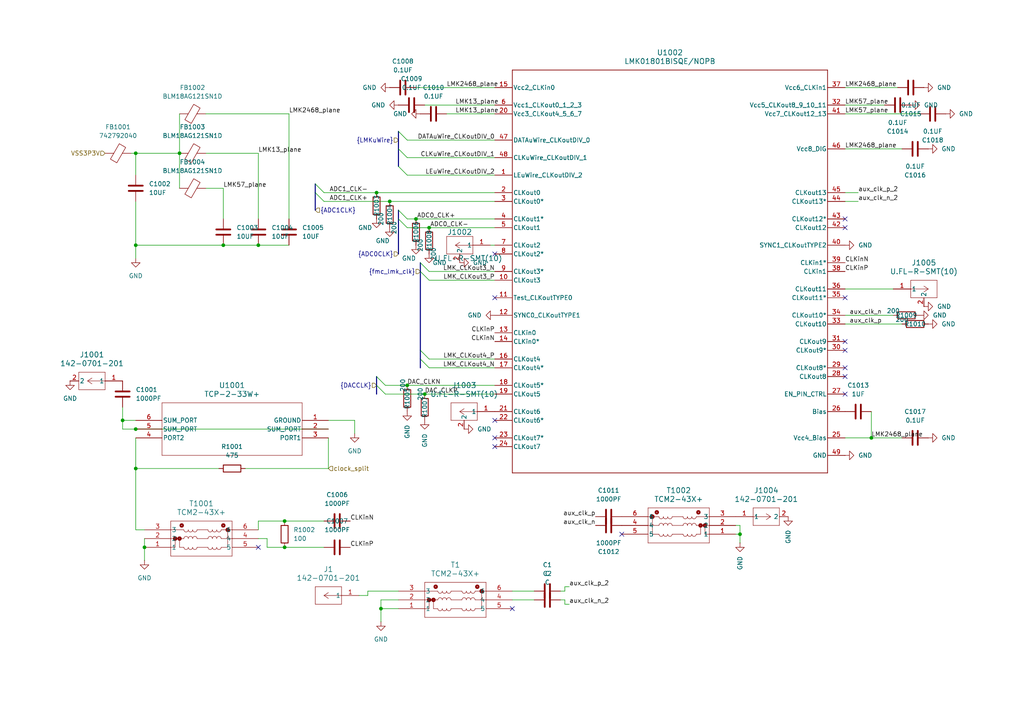
<source format=kicad_sch>
(kicad_sch (version 20231120) (generator "eeschema") (generator_version "8.0")
  (paper "A4")
  (lib_symbols
    (symbol "001_symbol:142-0701-201_GH" (pin_names (offset 0.254))
      (property "Reference" "J" (at 8.89 6.35 0))
      (property "Value" "142-0701-201" (at 0 0 0))
      (symbol "142-0701-201_GH_1_1"
        (polyline (pts (xy 5.08 -2.54) (xy 12.7 -2.54)) (stroke (width 0.127)))
        (polyline (pts (xy 5.08 2.54) (xy 5.08 -2.54)) (stroke (width 0.127)))
        (polyline (pts (xy 10.16 0) (xy 5.08 0)) (stroke (width 0.127)))
        (polyline (pts (xy 10.16 0) (xy 8.89 -0.8467)) (stroke (width 0.127)))
        (polyline (pts (xy 10.16 0) (xy 8.89 0.8467)) (stroke (width 0.127)))
        (polyline (pts (xy 12.7 -2.54) (xy 12.7 2.54)) (stroke (width 0.127)))
        (polyline (pts (xy 12.7 2.54) (xy 5.08 2.54)) (stroke (width 0.127)))
        (pin unspecified line (at 0 0 0) (length 5.08) (name "1") (number "1"))
        (pin input line (at 15.24 0 180) (length 2.54) (name "2") (number "2"))
        (pin input line (at 15.24 0 180) (length 2.54) hide (name "3") (number "3"))
        (pin input line (at 15.24 0 180) (length 2.54) hide (name "4") (number "4"))
        (pin input line (at 15.24 0 180) (length 2.54) hide (name "5") (number "5"))
      )
      (symbol "142-0701-201_GH_1_2"
        (polyline (pts (xy 5.08 -2.54) (xy 12.7 -2.54)) (stroke (width 0.127)))
        (polyline (pts (xy 5.08 2.54) (xy 5.08 -2.54)) (stroke (width 0.127)))
        (polyline (pts (xy 7.62 0) (xy 5.08 0)) (stroke (width 0.127)))
        (polyline (pts (xy 7.62 0) (xy 8.89 -0.8467)) (stroke (width 0.127)))
        (polyline (pts (xy 7.62 0) (xy 8.89 0.8467)) (stroke (width 0.127)))
        (polyline (pts (xy 12.7 -2.54) (xy 12.7 2.54)) (stroke (width 0.127)))
        (polyline (pts (xy 12.7 2.54) (xy 5.08 2.54)) (stroke (width 0.127)))
        (pin unspecified line (at 0 0 0) (length 5.08) (name "1") (number "1"))
      )
    )
    (symbol "001_symbol:LMK01801BISQE_NOPB" (pin_names (offset 0.254))
      (property "Reference" "U" (at 0 2.54 0))
      (property "Value" "LMK01801BISQE/NOPB" (at 0 0 0))
      (symbol "LMK01801BISQE_NOPB_0_1"
        (polyline (pts (xy -45.72 -58.42) (xy 45.72 -58.42)) (stroke (width 0.2032)))
        (polyline (pts (xy -45.72 58.42) (xy -45.72 -58.42)) (stroke (width 0.2032)))
        (polyline (pts (xy 45.72 -58.42) (xy 45.72 58.42)) (stroke (width 0.2032)))
        (polyline (pts (xy 45.72 58.42) (xy -45.72 58.42)) (stroke (width 0.2032)))
        (pin input line (at -50.8 27.94 0) (length 5.08) (name "LEuWire_CLKoutDIV_2") (number "1"))
        (pin output line (at -50.8 -2.54 0) (length 5.08) (name "CLKout3") (number "10"))
        (pin input line (at -50.8 -7.62 0) (length 5.08) (name "Test_CLKoutTYPE0") (number "11"))
        (pin input line (at -50.8 -12.7 0) (length 5.08) (name "SYNC0_CLKoutTYPE1") (number "12"))
        (pin input line (at -50.8 -17.78 0) (length 5.08) (name "CLKin0") (number "13"))
        (pin input line (at -50.8 -20.32 0) (length 5.08) (name "CLKin0*") (number "14"))
        (pin power_in line (at -50.8 53.34 0) (length 5.08) (name "Vcc2_CLKin0") (number "15"))
        (pin output line (at -50.8 -25.4 0) (length 5.08) (name "CLKout4") (number "16"))
        (pin output line (at -50.8 -27.94 0) (length 5.08) (name "CLKout4*") (number "17"))
        (pin output line (at -50.8 -33.02 0) (length 5.08) (name "CLKout5*") (number "18"))
        (pin output line (at -50.8 -35.56 0) (length 5.08) (name "CLKout5") (number "19"))
        (pin output line (at -50.8 22.86 0) (length 5.08) (name "CLKout0") (number "2"))
        (pin power_in line (at -50.8 45.72 0) (length 5.08) (name "Vcc3_CLKout4_5_6_7") (number "20"))
        (pin output line (at -50.8 -40.64 0) (length 5.08) (name "CLKout6") (number "21"))
        (pin output line (at -50.8 -43.18 0) (length 5.08) (name "CLKout6*") (number "22"))
        (pin output line (at -50.8 -48.26 0) (length 5.08) (name "CLKout7*") (number "23"))
        (pin output line (at -50.8 -50.8 0) (length 5.08) (name "CLKout7") (number "24"))
        (pin power_in line (at 50.8 -48.26 180) (length 5.08) (name "Vcc4_Bias") (number "25"))
        (pin unspecified line (at 50.8 -40.64 180) (length 5.08) (name "Bias") (number "26"))
        (pin input line (at 50.8 -35.56 180) (length 5.08) (name "EN_PIN_CTRL") (number "27"))
        (pin output line (at 50.8 -30.48 180) (length 5.08) (name "CLKout8") (number "28"))
        (pin output line (at 50.8 -27.94 180) (length 5.08) (name "CLKout8*") (number "29"))
        (pin output line (at -50.8 20.32 0) (length 5.08) (name "CLKout0*") (number "3"))
        (pin output line (at 50.8 -22.86 180) (length 5.08) (name "CLKout9*") (number "30"))
        (pin output line (at 50.8 -20.32 180) (length 5.08) (name "CLKout9") (number "31"))
        (pin power_in line (at 50.8 48.26 180) (length 5.08) (name "Vcc5_CLKout8_9_10_11") (number "32"))
        (pin output line (at 50.8 -15.24 180) (length 5.08) (name "CLKout10") (number "33"))
        (pin output line (at 50.8 -12.7 180) (length 5.08) (name "CLKout10*") (number "34"))
        (pin output line (at 50.8 -7.62 180) (length 5.08) (name "CLKout11*") (number "35"))
        (pin output line (at 50.8 -5.08 180) (length 5.08) (name "CLKout11") (number "36"))
        (pin power_in line (at 50.8 53.34 180) (length 5.08) (name "Vcc6_CLKin1") (number "37"))
        (pin input line (at 50.8 0 180) (length 5.08) (name "CLKin1") (number "38"))
        (pin input line (at 50.8 2.54 180) (length 5.08) (name "CLKin1*") (number "39"))
        (pin output line (at -50.8 15.24 0) (length 5.08) (name "CLKout1*") (number "4"))
        (pin input line (at 50.8 7.62 180) (length 5.08) (name "SYNC1_CLKoutTYPE2") (number "40"))
        (pin power_in line (at 50.8 45.72 180) (length 5.08) (name "Vcc7_CLKout12_13") (number "41"))
        (pin output line (at 50.8 12.7 180) (length 5.08) (name "CLKout12") (number "42"))
        (pin output line (at 50.8 15.24 180) (length 5.08) (name "CLKout12*") (number "43"))
        (pin output line (at 50.8 20.32 180) (length 5.08) (name "CLKout13*") (number "44"))
        (pin output line (at 50.8 22.86 180) (length 5.08) (name "CLKout13") (number "45"))
        (pin power_in line (at 50.8 35.56 180) (length 5.08) (name "Vcc8_DIG") (number "46"))
        (pin input line (at -50.8 38.1 0) (length 5.08) (name "DATAuWire_CLKoutDIV_0") (number "47"))
        (pin input line (at -50.8 33.02 0) (length 5.08) (name "CLKuWire_CLKoutDIV_1") (number "48"))
        (pin power_in line (at 50.8 -53.34 180) (length 5.08) (name "GND") (number "49"))
        (pin output line (at -50.8 12.7 0) (length 5.08) (name "CLKout1") (number "5"))
        (pin power_in line (at -50.8 48.26 0) (length 5.08) (name "Vcc1_CLKout0_1_2_3") (number "6"))
        (pin output line (at -50.8 7.62 0) (length 5.08) (name "CLKout2") (number "7"))
        (pin output line (at -50.8 5.08 0) (length 5.08) (name "CLKout2*") (number "8"))
        (pin output line (at -50.8 0 0) (length 5.08) (name "CLKout3*") (number "9"))
      )
    )
    (symbol "001_symbol:TCM2-43X+" (pin_names (offset 0.254))
      (property "Reference" "T" (at 16.51 7.62 0))
      (property "Value" "TCM2-43X+" (at 20.32 5.08 0))
      (symbol "TCM2-43X+_0_1"
        (polyline (pts (xy 7.62 -7.62) (xy 25.4 -7.62)) (stroke (width 0.127)))
        (polyline (pts (xy 7.62 -5.08) (xy 8.89 -5.08)) (stroke (width 0.127)))
        (polyline (pts (xy 7.62 -2.54) (xy 11.43 -2.54)) (stroke (width 0.127)))
        (polyline (pts (xy 7.62 0) (xy 11.43 0)) (stroke (width 0.127)))
        (polyline (pts (xy 7.62 2.54) (xy 7.62 -7.62)) (stroke (width 0.127)))
        (polyline (pts (xy 8.89 -2.54) (xy 8.89 -5.08)) (stroke (width 0.127)))
        (polyline (pts (xy 10.16 -5.08) (xy 11.43 -5.08)) (stroke (width 0.127)))
        (polyline (pts (xy 10.16 -2.54) (xy 10.16 -5.08)) (stroke (width 0.127)))
        (polyline (pts (xy 15.24 -5.08) (xy 18.415 -5.08)) (stroke (width 0.127)))
        (polyline (pts (xy 15.24 -2.54) (xy 18.415 -2.54)) (stroke (width 0.127)))
        (polyline (pts (xy 15.24 0) (xy 18.415 0)) (stroke (width 0.127)))
        (polyline (pts (xy 22.225 -5.08) (xy 24.13 -5.08)) (stroke (width 0.127)))
        (polyline (pts (xy 22.225 -2.54) (xy 23.8252 -2.54)) (stroke (width 0.127)))
        (polyline (pts (xy 22.225 0) (xy 25.4 0)) (stroke (width 0.127)))
        (polyline (pts (xy 24.13 -5.08) (xy 24.13 0)) (stroke (width 0.127)))
        (polyline (pts (xy 24.4348 -2.54) (xy 25.4 -2.54)) (stroke (width 0.127)))
        (polyline (pts (xy 25.4 -7.62) (xy 25.4 2.54)) (stroke (width 0.127)))
        (polyline (pts (xy 25.4 2.54) (xy 7.62 2.54)) (stroke (width 0.127)))
        (circle (center 8.89 -2.54) (radius 0.127) (stroke (width 0.508)))
        (circle (center 10.16 -2.54) (radius 0.127) (stroke (width 0.508)))
        (circle (center 10.795 1.27) (radius 0.127) (stroke (width 0.508)))
        (arc (start 11.43 -5.08) (mid 12.065 -5.7122) (end 12.7 -5.08) (stroke (width 0.127)))
        (arc (start 11.43 0) (mid 12.065 -0.6323) (end 12.7 0) (stroke (width 0.127)))
        (arc (start 12.7 -5.08) (mid 13.335 -5.7122) (end 13.97 -5.08) (stroke (width 0.127)))
        (arc (start 12.7 -2.54) (mid 12.065 -1.9077) (end 11.43 -2.54) (stroke (width 0.127)))
        (arc (start 12.7 0) (mid 13.335 -0.6323) (end 13.97 0) (stroke (width 0.127)))
        (arc (start 13.97 -5.08) (mid 14.605 -5.7122) (end 15.24 -5.08) (stroke (width 0.127)))
        (arc (start 13.97 -2.54) (mid 13.335 -1.9077) (end 12.7 -2.54) (stroke (width 0.127)))
        (arc (start 13.97 0) (mid 14.605 -0.6323) (end 15.24 0) (stroke (width 0.127)))
        (arc (start 15.24 -2.54) (mid 14.605 -1.9077) (end 13.97 -2.54) (stroke (width 0.127)))
        (arc (start 18.415 -5.08) (mid 19.05 -5.7122) (end 19.685 -5.08) (stroke (width 0.127)))
        (arc (start 18.415 0) (mid 19.05 -0.6323) (end 19.685 0) (stroke (width 0.127)))
        (arc (start 19.685 -5.08) (mid 20.32 -5.7122) (end 20.955 -5.08) (stroke (width 0.127)))
        (arc (start 19.685 -2.54) (mid 19.05 -1.9077) (end 18.415 -2.54) (stroke (width 0.127)))
        (arc (start 19.685 0) (mid 20.32 -0.6323) (end 20.955 0) (stroke (width 0.127)))
        (arc (start 20.955 -5.08) (mid 21.59 -5.7122) (end 22.225 -5.08) (stroke (width 0.127)))
        (arc (start 20.955 -2.54) (mid 20.32 -1.9077) (end 19.685 -2.54) (stroke (width 0.127)))
        (arc (start 20.955 0) (mid 21.59 -0.6323) (end 22.225 0) (stroke (width 0.127)))
        (arc (start 22.225 -2.54) (mid 21.59 -1.9077) (end 20.955 -2.54) (stroke (width 0.127)))
        (circle (center 22.86 1.27) (radius 0.127) (stroke (width 0.508)))
        (circle (center 24.13 0) (radius 0.127) (stroke (width 0.508)))
        (arc (start 24.4348 -2.54) (mid 24.13 -2.2365) (end 23.8252 -2.54) (stroke (width 0.127)))
        (pin unspecified line (at 0 -5.08 0) (length 7.62) (name "1") (number "1"))
        (pin unspecified line (at 0 -2.54 0) (length 7.62) (name "2") (number "2"))
        (pin unspecified line (at 0 0 0) (length 7.62) (name "3") (number "3"))
        (pin unspecified line (at 33.02 -2.54 180) (length 7.62) (name "4") (number "4"))
        (pin unspecified line (at 33.02 -5.08 180) (length 7.62) (name "5") (number "5"))
        (pin unspecified line (at 33.02 0 180) (length 7.62) (name "6") (number "6"))
      )
    )
    (symbol "001_symbol:TCP-2-33W+" (pin_names (offset 0.254))
      (property "Reference" "U" (at 27.94 10.16 0))
      (property "Value" "TCP-2-33W+" (at 27.94 7.62 0))
      (symbol "TCP-2-33W+_0_1"
        (polyline (pts (xy 7.62 -10.16) (xy 48.26 -10.16)) (stroke (width 0.127)))
        (polyline (pts (xy 7.62 5.08) (xy 7.62 -10.16)) (stroke (width 0.127)))
        (polyline (pts (xy 48.26 -10.16) (xy 48.26 5.08)) (stroke (width 0.127)))
        (polyline (pts (xy 48.26 5.08) (xy 7.62 5.08)) (stroke (width 0.127)))
        (pin power_out line (at 0 0 0) (length 7.62) (name "GROUND") (number "1"))
        (pin unspecified line (at 0 -2.54 0) (length 7.62) (name "SUM_PORT") (number "2"))
        (pin bidirectional line (at 0 -5.08 0) (length 7.62) (name "PORT1") (number "3"))
        (pin bidirectional line (at 55.88 -5.08 180) (length 7.62) (name "PORT2") (number "4"))
        (pin unspecified line (at 55.88 -2.54 180) (length 7.62) (name "SUM_PORT") (number "5"))
        (pin unspecified line (at 55.88 0 180) (length 7.62) (name "SUM_PORT") (number "6"))
      )
    )
    (symbol "001_symbol:U.FL-R-SMT10_1" (pin_names (offset 0.254))
      (property "Reference" "J906" (at 13.97 1.2701 0))
      (property "Value" "U.FL-R-SMT10" (at 13.97 -1.2699 0))
      (symbol "U.FL-R-SMT10_1_1_1"
        (polyline (pts (xy 5.08 -2.54) (xy 12.7 -2.54)) (stroke (width 0.127)))
        (polyline (pts (xy 5.08 2.54) (xy 5.08 -2.54)) (stroke (width 0.127)))
        (polyline (pts (xy 10.16 0) (xy 5.08 0)) (stroke (width 0.127)))
        (polyline (pts (xy 10.16 0) (xy 8.89 -0.8467)) (stroke (width 0.127)))
        (polyline (pts (xy 10.16 0) (xy 8.89 0.8467)) (stroke (width 0.127)))
        (polyline (pts (xy 12.7 -2.54) (xy 12.7 2.54)) (stroke (width 0.127)))
        (polyline (pts (xy 12.7 2.54) (xy 5.08 2.54)) (stroke (width 0.127)))
        (pin unspecified line (at 0 0 0) (length 5.08) (name "1") (number "1"))
        (pin input line (at 8.89 -5.08 90) (length 2.54) (name "2") (number "2"))
        (pin input line (at 8.89 -5.08 90) (length 2.54) hide (name "3") (number "3"))
      )
      (symbol "U.FL-R-SMT10_1_1_2"
        (polyline (pts (xy 5.08 -2.54) (xy 12.7 -2.54)) (stroke (width 0.127)))
        (polyline (pts (xy 5.08 2.54) (xy 5.08 -2.54)) (stroke (width 0.127)))
        (polyline (pts (xy 7.62 0) (xy 5.08 0)) (stroke (width 0.127)))
        (polyline (pts (xy 7.62 0) (xy 8.89 -0.8467)) (stroke (width 0.127)))
        (polyline (pts (xy 7.62 0) (xy 8.89 0.8467)) (stroke (width 0.127)))
        (polyline (pts (xy 12.7 -2.54) (xy 12.7 2.54)) (stroke (width 0.127)))
        (polyline (pts (xy 12.7 2.54) (xy 5.08 2.54)) (stroke (width 0.127)))
        (pin unspecified line (at 0 0 0) (length 5.08) (name "1") (number "1"))
      )
    )
    (symbol "142_0701_201:142-0701-201" (pin_names (offset 0.254))
      (property "Reference" "J" (at 8.89 6.35 0))
      (property "Value" "142-0701-201" (at 0 0 0))
      (symbol "142-0701-201_1_1"
        (polyline (pts (xy 5.08 -2.54) (xy 12.7 -2.54)) (stroke (width 0.127)))
        (polyline (pts (xy 5.08 2.54) (xy 5.08 -2.54)) (stroke (width 0.127)))
        (polyline (pts (xy 10.16 0) (xy 5.08 0)) (stroke (width 0.127)))
        (polyline (pts (xy 10.16 0) (xy 8.89 -0.8467)) (stroke (width 0.127)))
        (polyline (pts (xy 10.16 0) (xy 8.89 0.8467)) (stroke (width 0.127)))
        (polyline (pts (xy 12.7 -2.54) (xy 12.7 2.54)) (stroke (width 0.127)))
        (polyline (pts (xy 12.7 2.54) (xy 5.08 2.54)) (stroke (width 0.127)))
        (pin unspecified line (at 0 0 0) (length 5.08) (name "1") (number "1"))
      )
      (symbol "142-0701-201_1_2"
        (polyline (pts (xy 5.08 -2.54) (xy 12.7 -2.54)) (stroke (width 0.127)))
        (polyline (pts (xy 5.08 2.54) (xy 5.08 -2.54)) (stroke (width 0.127)))
        (polyline (pts (xy 7.62 0) (xy 5.08 0)) (stroke (width 0.127)))
        (polyline (pts (xy 7.62 0) (xy 8.89 -0.8467)) (stroke (width 0.127)))
        (polyline (pts (xy 7.62 0) (xy 8.89 0.8467)) (stroke (width 0.127)))
        (polyline (pts (xy 12.7 -2.54) (xy 12.7 2.54)) (stroke (width 0.127)))
        (polyline (pts (xy 12.7 2.54) (xy 5.08 2.54)) (stroke (width 0.127)))
        (pin unspecified line (at 0 0 0) (length 5.08) (name "1") (number "1"))
      )
    )
    (symbol "Device:C" (pin_numbers hide) (pin_names (offset 0.254))
      (property "Reference" "C" (at 0.635 2.54 0))
      (property "Value" "C" (at 0.635 -2.54 0))
      (symbol "C_0_1"
        (polyline (pts (xy -2.032 -0.762) (xy 2.032 -0.762)) (stroke (width 0.508)))
        (polyline (pts (xy -2.032 0.762) (xy 2.032 0.762)) (stroke (width 0.508)))
      )
      (symbol "C_1_1"
        (pin passive line (at 0 3.81 270) (length 2.794) (name "~") (number "1"))
        (pin passive line (at 0 -3.81 90) (length 2.794) (name "~") (number "2"))
      )
    )
    (symbol "Device:FerriteBead" (pin_numbers hide) (pin_names (offset 0))
      (property "Reference" "FB" (at -3.81 0.635 90))
      (property "Value" "FerriteBead" (at 3.81 0 90))
      (symbol "FerriteBead_0_1"
        (polyline (pts (xy 0 -1.27) (xy 0 -1.2192)))
        (polyline (pts (xy 0 1.27) (xy 0 1.2954)))
        (polyline (pts (xy -2.7686 0.4064) (xy -1.7018 2.2606) (xy 2.7686 -0.3048) (xy 1.6764 -2.159) (xy -2.7686 0.4064)))
      )
      (symbol "FerriteBead_1_1"
        (pin passive line (at 0 3.81 270) (length 2.54) (name "~") (number "1"))
        (pin passive line (at 0 -3.81 90) (length 2.54) (name "~") (number "2"))
      )
    )
    (symbol "Device:R" (pin_numbers hide) (pin_names (offset 0))
      (property "Reference" "R" (at 2.032 0 90))
      (property "Value" "R" (at 0 0 90))
      (symbol "R_0_1"
        (rectangle (start -1.016 -2.54) (end 1.016 2.54) (stroke (width 0.254)))
      )
      (symbol "R_1_1"
        (pin passive line (at 0 3.81 270) (length 1.27) (name "~") (number "1"))
        (pin passive line (at 0 -3.81 90) (length 1.27) (name "~") (number "2"))
      )
    )
    (symbol "TCM2-43X+_digikey:TCM2-43X+" (pin_names (offset 0.254))
      (property "Reference" "T" (at 16.51 7.62 0))
      (property "Value" "TCM2-43X+" (at 20.32 5.08 0))
      (symbol "TCM2-43X+_0_1"
        (polyline (pts (xy 7.62 -7.62) (xy 25.4 -7.62)) (stroke (width 0.127)))
        (polyline (pts (xy 7.62 -5.08) (xy 8.89 -5.08)) (stroke (width 0.127)))
        (polyline (pts (xy 7.62 -2.54) (xy 11.43 -2.54)) (stroke (width 0.127)))
        (polyline (pts (xy 7.62 0) (xy 11.43 0)) (stroke (width 0.127)))
        (polyline (pts (xy 7.62 2.54) (xy 7.62 -7.62)) (stroke (width 0.127)))
        (polyline (pts (xy 8.89 -2.54) (xy 8.89 -5.08)) (stroke (width 0.127)))
        (polyline (pts (xy 10.16 -5.08) (xy 11.43 -5.08)) (stroke (width 0.127)))
        (polyline (pts (xy 10.16 -2.54) (xy 10.16 -5.08)) (stroke (width 0.127)))
        (polyline (pts (xy 15.24 -5.08) (xy 18.415 -5.08)) (stroke (width 0.127)))
        (polyline (pts (xy 15.24 -2.54) (xy 18.415 -2.54)) (stroke (width 0.127)))
        (polyline (pts (xy 15.24 0) (xy 18.415 0)) (stroke (width 0.127)))
        (polyline (pts (xy 22.225 -5.08) (xy 24.13 -5.08)) (stroke (width 0.127)))
        (polyline (pts (xy 22.225 -2.54) (xy 23.8252 -2.54)) (stroke (width 0.127)))
        (polyline (pts (xy 22.225 0) (xy 25.4 0)) (stroke (width 0.127)))
        (polyline (pts (xy 24.13 -5.08) (xy 24.13 0)) (stroke (width 0.127)))
        (polyline (pts (xy 24.4348 -2.54) (xy 25.4 -2.54)) (stroke (width 0.127)))
        (polyline (pts (xy 25.4 -7.62) (xy 25.4 2.54)) (stroke (width 0.127)))
        (polyline (pts (xy 25.4 2.54) (xy 7.62 2.54)) (stroke (width 0.127)))
        (circle (center 8.89 -2.54) (radius 0.127) (stroke (width 0.508)))
        (circle (center 10.16 -2.54) (radius 0.127) (stroke (width 0.508)))
        (circle (center 10.795 1.27) (radius 0.127) (stroke (width 0.508)))
        (arc (start 11.43 -5.08) (mid 12.065 -5.7122) (end 12.7 -5.08) (stroke (width 0.127)))
        (arc (start 11.43 0) (mid 12.065 -0.6323) (end 12.7 0) (stroke (width 0.127)))
        (arc (start 12.7 -5.08) (mid 13.335 -5.7122) (end 13.97 -5.08) (stroke (width 0.127)))
        (arc (start 12.7 -2.54) (mid 12.065 -1.9077) (end 11.43 -2.54) (stroke (width 0.127)))
        (arc (start 12.7 0) (mid 13.335 -0.6323) (end 13.97 0) (stroke (width 0.127)))
        (arc (start 13.97 -5.08) (mid 14.605 -5.7122) (end 15.24 -5.08) (stroke (width 0.127)))
        (arc (start 13.97 -2.54) (mid 13.335 -1.9077) (end 12.7 -2.54) (stroke (width 0.127)))
        (arc (start 13.97 0) (mid 14.605 -0.6323) (end 15.24 0) (stroke (width 0.127)))
        (arc (start 15.24 -2.54) (mid 14.605 -1.9077) (end 13.97 -2.54) (stroke (width 0.127)))
        (arc (start 18.415 -5.08) (mid 19.05 -5.7122) (end 19.685 -5.08) (stroke (width 0.127)))
        (arc (start 18.415 0) (mid 19.05 -0.6323) (end 19.685 0) (stroke (width 0.127)))
        (arc (start 19.685 -5.08) (mid 20.32 -5.7122) (end 20.955 -5.08) (stroke (width 0.127)))
        (arc (start 19.685 -2.54) (mid 19.05 -1.9077) (end 18.415 -2.54) (stroke (width 0.127)))
        (arc (start 19.685 0) (mid 20.32 -0.6323) (end 20.955 0) (stroke (width 0.127)))
        (arc (start 20.955 -5.08) (mid 21.59 -5.7122) (end 22.225 -5.08) (stroke (width 0.127)))
        (arc (start 20.955 -2.54) (mid 20.32 -1.9077) (end 19.685 -2.54) (stroke (width 0.127)))
        (arc (start 20.955 0) (mid 21.59 -0.6323) (end 22.225 0) (stroke (width 0.127)))
        (arc (start 22.225 -2.54) (mid 21.59 -1.9077) (end 20.955 -2.54) (stroke (width 0.127)))
        (circle (center 22.86 1.27) (radius 0.127) (stroke (width 0.508)))
        (circle (center 24.13 0) (radius 0.127) (stroke (width 0.508)))
        (arc (start 24.4348 -2.54) (mid 24.13 -2.2365) (end 23.8252 -2.54) (stroke (width 0.127)))
        (pin unspecified line (at 0 -5.08 0) (length 7.62) (name "1") (number "1"))
        (pin unspecified line (at 0 -2.54 0) (length 7.62) (name "2") (number "2"))
        (pin unspecified line (at 0 0 0) (length 7.62) (name "3") (number "3"))
        (pin unspecified line (at 33.02 -2.54 180) (length 7.62) (name "4") (number "4"))
        (pin unspecified line (at 33.02 -5.08 180) (length 7.62) (name "5") (number "5"))
        (pin unspecified line (at 33.02 0 180) (length 7.62) (name "6") (number "6"))
      )
    )
    (symbol "power:GND" (power) (pin_numbers hide) (pin_names (offset 0) hide)
      (property "Value" "GND" (at 0 -3.81 0))
      (symbol "GND_0_1"
        (polyline (pts (xy 0 0) (xy 0 -1.27) (xy 1.27 -1.27) (xy 0 -2.54) (xy -1.27 -1.27) (xy 0 -1.27)))
      )
      (symbol "GND_1_1"
        (pin power_in line (at 0 0 270) (length 0) (name "~") (number "1"))
      )
    )
  )
  (bus_alias "LMKuWire" (members "DATAuWire_CLKoutDIV_0" "CLKuWire_CLKoutDIV_1" "LEuWire_CLKoutDIV_2"))
  (junction (at 35.56 121.92))
  (junction (at 123.19 114.3))
  (junction (at 82.55 158.75))
  (junction (at 120.65 63.5))
  (junction (at 39.37 71.12))
  (junction (at 124.46 66.04))
  (junction (at 39.37 135.89))
  (junction (at 113.03 58.42))
  (junction (at 110.49 176.53))
  (junction (at 74.93 71.12))
  (junction (at 64.77 71.12))
  (junction (at 41.91 158.75))
  (junction (at 52.07 44.45))
  (junction (at 82.55 151.13))
  (junction (at 109.22 55.88))
  (junction (at 39.37 124.46))
  (junction (at 252.73 127))
  (junction (at 118.11 111.76))
  (junction (at 214.63 154.94))
  (junction (at 39.37 44.45))
  (no_connect (at 245.11 106.68))
  (no_connect (at 180.34 154.94))
  (no_connect (at 148.59 176.53))
  (no_connect (at 245.11 99.06))
  (no_connect (at 245.11 63.5))
  (no_connect (at 143.51 73.66))
  (no_connect (at 74.93 158.75))
  (no_connect (at 245.11 114.3))
  (no_connect (at 143.51 121.92))
  (no_connect (at 143.51 86.36))
  (no_connect (at 245.11 101.6))
  (no_connect (at 143.51 129.54))
  (no_connect (at 143.51 127))
  (no_connect (at 245.11 109.22))
  (no_connect (at 245.11 86.36))
  (no_connect (at 245.11 66.04))
  (bus_entry (at 109.22 109.22) (size 2.54 2.54))
  (bus_entry (at 109.22 111.76) (size 2.54 2.54))
  (bus_entry (at 121.92 101.6) (size 2.54 2.54))
  (bus_entry (at 121.92 104.14) (size 2.54 2.54))
  (bus_entry (at 121.92 78.74) (size 2.54 2.54))
  (bus_entry (at 91.44 53.34) (size 2.54 2.54))
  (bus_entry (at 115.57 43.18) (size 2.54 2.54))
  (bus_entry (at 115.57 60.96) (size 2.54 2.54))
  (bus_entry (at 115.57 63.5) (size 2.54 2.54))
  (bus_entry (at 115.57 38.1) (size 2.54 2.54))
  (bus_entry (at 91.44 55.88) (size 2.54 2.54))
  (bus_entry (at 121.92 76.2) (size 2.54 2.54))
  (bus_entry (at 115.57 48.26) (size 2.54 2.54))
  (wire (pts (xy 95.25 127) (xy 95.25 135.89)))
  (wire (pts (xy 35.56 121.92) (xy 35.56 124.46)))
  (wire (pts (xy 154.94 173.99) (xy 148.59 173.99)))
  (wire (pts (xy 39.37 58.42) (xy 39.37 71.12)))
  (wire (pts (xy 64.77 71.12) (xy 74.93 71.12)))
  (wire (pts (xy 77.47 156.21) (xy 77.47 158.75)))
  (wire (pts (xy 41.91 158.75) (xy 41.91 162.56)))
  (wire (pts (xy 245.11 58.42) (xy 248.92 58.42)))
  (wire (pts (xy 109.22 55.88) (xy 143.51 55.88)))
  (wire (pts (xy 252.73 127) (xy 245.11 127)))
  (wire (pts (xy 110.49 176.53) (xy 110.49 180.34)))
  (wire (pts (xy 124.46 66.04) (xy 143.51 66.04)))
  (wire (pts (xy 115.57 173.99) (xy 110.49 173.99)))
  (bus (pts (xy 115.57 63.5) (xy 115.57 73.66)))
  (wire (pts (xy 102.87 121.92) (xy 102.87 125.73)))
  (wire (pts (xy 52.07 44.45) (xy 52.07 54.61)))
  (wire (pts (xy 35.56 121.92) (xy 39.37 121.92)))
  (wire (pts (xy 118.11 66.04) (xy 124.46 66.04)))
  (wire (pts (xy 213.36 154.94) (xy 214.63 154.94)))
  (wire (pts (xy 245.11 43.18) (xy 261.62 43.18)))
  (wire (pts (xy 163.83 170.18) (xy 165.1 170.18)))
  (wire (pts (xy 110.49 173.99) (xy 110.49 176.53)))
  (bus (pts (xy 121.92 76.2) (xy 121.92 78.74)))
  (wire (pts (xy 35.56 118.11) (xy 35.56 121.92)))
  (wire (pts (xy 118.11 50.8) (xy 143.51 50.8)))
  (wire (pts (xy 245.11 55.88) (xy 248.92 55.88)))
  (wire (pts (xy 39.37 124.46) (xy 95.25 124.46)))
  (wire (pts (xy 124.46 104.14) (xy 143.51 104.14)))
  (wire (pts (xy 35.56 124.46) (xy 39.37 124.46)))
  (wire (pts (xy 213.36 152.4) (xy 214.63 152.4)))
  (wire (pts (xy 129.54 33.02) (xy 143.51 33.02)))
  (wire (pts (xy 118.11 40.64) (xy 143.51 40.64)))
  (wire (pts (xy 59.69 33.02) (xy 83.82 33.02)))
  (wire (pts (xy 261.62 127) (xy 252.73 127)))
  (wire (pts (xy 39.37 127) (xy 39.37 135.89)))
  (wire (pts (xy 118.11 63.5) (xy 120.65 63.5)))
  (bus (pts (xy 91.44 55.88) (xy 91.44 60.96)))
  (wire (pts (xy 39.37 44.45) (xy 52.07 44.45)))
  (bus (pts (xy 115.57 60.96) (xy 115.57 63.5)))
  (wire (pts (xy 115.57 171.45) (xy 106.68 171.45)))
  (bus (pts (xy 91.44 53.34) (xy 91.44 55.88)))
  (wire (pts (xy 74.93 151.13) (xy 82.55 151.13)))
  (wire (pts (xy 245.11 83.82) (xy 259.08 83.82)))
  (wire (pts (xy 74.93 153.67) (xy 74.93 151.13)))
  (wire (pts (xy 111.76 114.3) (xy 123.19 114.3)))
  (wire (pts (xy 245.11 25.4) (xy 260.35 25.4)))
  (bus (pts (xy 115.57 38.1) (xy 115.57 43.18)))
  (wire (pts (xy 124.46 78.74) (xy 143.51 78.74)))
  (wire (pts (xy 124.46 106.68) (xy 143.51 106.68)))
  (wire (pts (xy 118.11 45.72) (xy 143.51 45.72)))
  (wire (pts (xy 245.11 93.98) (xy 261.62 93.98)))
  (wire (pts (xy 163.83 171.45) (xy 162.56 171.45)))
  (wire (pts (xy 95.25 121.92) (xy 102.87 121.92)))
  (wire (pts (xy 59.69 44.45) (xy 74.93 44.45)))
  (wire (pts (xy 118.11 111.76) (xy 143.51 111.76)))
  (wire (pts (xy 59.69 54.61) (xy 64.77 54.61)))
  (bus (pts (xy 109.22 111.76) (xy 109.22 114.3)))
  (wire (pts (xy 163.83 173.99) (xy 162.56 173.99)))
  (wire (pts (xy 82.55 151.13) (xy 93.98 151.13)))
  (wire (pts (xy 142.24 71.12) (xy 143.51 71.12)))
  (bus (pts (xy 109.22 109.22) (xy 109.22 111.76)))
  (wire (pts (xy 106.68 172.72) (xy 104.14 172.72)))
  (wire (pts (xy 252.73 119.38) (xy 252.73 127)))
  (wire (pts (xy 39.37 50.8) (xy 39.37 44.45)))
  (wire (pts (xy 106.68 171.45) (xy 106.68 172.72)))
  (wire (pts (xy 95.25 135.89) (xy 71.12 135.89)))
  (bus (pts (xy 121.92 101.6) (xy 121.92 104.14)))
  (wire (pts (xy 93.98 55.88) (xy 109.22 55.88)))
  (bus (pts (xy 121.92 104.14) (xy 121.92 106.68)))
  (wire (pts (xy 214.63 154.94) (xy 214.63 157.48)))
  (wire (pts (xy 111.76 111.76) (xy 118.11 111.76)))
  (wire (pts (xy 123.19 114.3) (xy 143.51 114.3)))
  (wire (pts (xy 77.47 158.75) (xy 82.55 158.75)))
  (wire (pts (xy 163.83 175.26) (xy 163.83 173.99)))
  (wire (pts (xy 154.94 171.45) (xy 148.59 171.45)))
  (wire (pts (xy 163.83 175.26) (xy 165.1 175.26)))
  (bus (pts (xy 115.57 43.18) (xy 115.57 48.26)))
  (wire (pts (xy 41.91 156.21) (xy 41.91 158.75)))
  (wire (pts (xy 120.65 25.4) (xy 143.51 25.4)))
  (wire (pts (xy 110.49 176.53) (xy 115.57 176.53)))
  (wire (pts (xy 245.11 33.02) (xy 266.7 33.02)))
  (wire (pts (xy 64.77 54.61) (xy 64.77 63.5)))
  (wire (pts (xy 74.93 44.45) (xy 74.93 63.5)))
  (bus (pts (xy 121.92 78.74) (xy 121.92 101.6)))
  (wire (pts (xy 74.93 71.12) (xy 83.82 71.12)))
  (wire (pts (xy 39.37 153.67) (xy 39.37 135.89)))
  (wire (pts (xy 214.63 152.4) (xy 214.63 154.94)))
  (wire (pts (xy 39.37 71.12) (xy 64.77 71.12)))
  (wire (pts (xy 124.46 81.28) (xy 143.51 81.28)))
  (wire (pts (xy 82.55 158.75) (xy 93.98 158.75)))
  (wire (pts (xy 39.37 135.89) (xy 63.5 135.89)))
  (wire (pts (xy 245.11 30.48) (xy 256.54 30.48)))
  (wire (pts (xy 52.07 33.02) (xy 52.07 44.45)))
  (wire (pts (xy 113.03 58.42) (xy 143.51 58.42)))
  (wire (pts (xy 74.93 156.21) (xy 77.47 156.21)))
  (wire (pts (xy 163.83 170.18) (xy 163.83 171.45)))
  (wire (pts (xy 41.91 153.67) (xy 39.37 153.67)))
  (wire (pts (xy 83.82 33.02) (xy 83.82 63.5)))
  (wire (pts (xy 245.11 91.44) (xy 259.08 91.44)))
  (wire (pts (xy 120.65 63.5) (xy 143.51 63.5)))
  (wire (pts (xy 93.98 58.42) (xy 113.03 58.42)))
  (wire (pts (xy 123.19 30.48) (xy 143.51 30.48)))
  (wire (pts (xy 39.37 71.12) (xy 39.37 74.93)))
  (wire (pts (xy 38.1 44.45) (xy 39.37 44.45)))
  (label "LMK2468_plane" (at 252.73 127 0))
  (label "LMK_CLKout3_N" (at 143.51 78.74 180))
  (label "aux_clk_p_2" (at 248.92 55.88 0))
  (label "ADC0_CLK-" (at 135.89 66.04 180))
  (label "aux_clk_p" (at 246.38 93.98 0))
  (label "aux_clk_p" (at 172.72 149.86 180))
  (label "LMK_CLKout4_P" (at 143.51 104.14 180))
  (label "CLKinP" (at 245.11 78.74 0))
  (label "DAC_CLKN" (at 118.11 111.76 0))
  (label "CLKinN" (at 101.6 151.13 0))
  (label "LMK2468_plane" (at 83.82 33.02 0))
  (label "LMK13_plane" (at 74.93 44.45 0))
  (label "ADC1_CLK-" (at 106.68 55.88 180))
  (label "ADC0_CLK+" (at 132.08 63.5 180))
  (label "LEuWire_CLKoutDIV_2" (at 143.51 50.8 180))
  (label "LMK57_plane" (at 64.77 54.61 0))
  (label "LMK13_plane" (at 132.08 33.02 0))
  (label "aux_clk_n" (at 172.72 152.4 180))
  (label "CLKinP" (at 101.6 158.75 0))
  (label "aux_clk_n_2" (at 165.1 175.26 0))
  (label "LMK_CLKout3_P" (at 143.51 81.28 180))
  (label "DATAuWire_CLKoutDIV_0" (at 143.51 40.64 180))
  (label "CLKinN" (at 143.51 99.06 180))
  (label "CLKinN" (at 245.11 76.2 0))
  (label "CLKinP" (at 143.51 96.52 180))
  (label "LMK2468_plane" (at 129.54 25.4 0))
  (label "CLKuWire_CLKoutDIV_1" (at 143.51 45.72 180))
  (label "LMK57_plane" (at 245.11 30.48 0))
  (label "aux_clk_p_2" (at 165.1 170.18 0))
  (label "aux_clk_n" (at 246.38 91.44 0))
  (label "LMK2468_plane" (at 245.11 25.4 0))
  (label "LMK57_plane" (at 245.11 33.02 0))
  (label "LMK13_plane" (at 132.08 30.48 0))
  (label "DAC_CLKP" (at 123.19 114.3 0))
  (label "ADC1_CLK+" (at 106.68 58.42 180))
  (label "aux_clk_n_2" (at 248.92 58.42 0))
  (label "LMK_CLKout4_N" (at 143.51 106.68 180))
  (label "LMK2468_plane" (at 245.11 43.18 0))
  (hierarchical_label "{ADC1CLK}" (shape input) (at 91.44 60.96 0))
  (hierarchical_label "clock_split" (shape input) (at 95.25 135.89 0))
  (hierarchical_label "{DACCLK}" (shape input) (at 109.22 111.76 180))
  (hierarchical_label "{LMKuWire}" (shape input) (at 115.57 40.64 180))
  (hierarchical_label "{fmc_lmk_clk}" (shape input) (at 121.92 78.74 180))
  (hierarchical_label "{ADC0CLK}" (shape input) (at 115.57 73.66 180))
  (hierarchical_label "VSS3P3V" (shape input) (at 30.48 44.45 180))
  (symbol (lib_id "Device:C") (at 265.43 43.18 90) (unit 1)
    (property "Reference" "C1016" (at 265.43 50.8 90))
    (property "Value" "0.1UF" (at 265.43 48.26 90))
    (property "Footprint" "Capacitor_SMD:C_0402_1005Metric" (effects (hide yes)))
    (property "Description" "Unpolarized capacitor" (effects (hide yes)))
    (property "Vendor" "digikey:490-1318-1-ND" (effects (hide yes)))
  )
  (symbol (lib_id "power:GND") (at 269.24 43.18 90) (unit 1)
    (property "Reference" "#PWR01020" (effects (hide yes)))
    (property "Value" "GND" (at 273.05 43.1801 90) (effects (justify right)))
    (property "Description" "Power symbol creates a global label with name \"GND\" , ground" (effects (hide yes)))
  )
  (symbol (lib_id "TCM2-43X+_digikey:TCM2-43X+") (at 115.57 171.45 0) (unit 1)
    (property "Reference" "T1" (at 132.08 163.83 0) (effects (font (size 1.524 1.524))))
    (property "Value" "TCM2-43X+" (at 132.08 166.37 0) (effects (font (size 1.524 1.524))))
    (property "Footprint" "TCM2-43:TCM243X" (effects (hide yes)))
    (property "Datasheet" "TCM2-43X+" (effects (hide yes)))
    (property "Manufacturer" "Mini-Circuits" (effects (hide yes)))
    (property "Vendor" "Digikey" (effects (hide yes)))
  )
  (symbol (lib_id "power:GND") (at 245.11 71.12 90) (mirror x) (unit 1)
    (property "Reference" "#PWR01015" (effects (hide yes)))
    (property "Value" "GND" (at 248.92 71.1199 90) (effects (justify right)))
    (property "Description" "Power symbol creates a global label with name \"GND\" , ground" (effects (hide yes)))
  )
  (symbol (lib_id "Device:C") (at 116.84 25.4 270) (unit 1)
    (property "Reference" "C1008" (at 116.84 17.78 90))
    (property "Value" "0.1UF" (at 116.84 20.32 90))
    (property "Footprint" "Capacitor_SMD:C_0402_1005Metric" (effects (hide yes)))
    (property "Description" "Unpolarized capacitor" (effects (hide yes)))
    (property "Vendor" "digikey:490-1318-1-ND" (effects (hide yes)))
  )
  (symbol (lib_id "Device:C") (at 248.92 119.38 270) (unit 1)
    (property "Reference" "C1013" (at 248.92 111.76 90))
    (property "Value" "1UF" (at 248.92 114.3 90))
    (property "Footprint" "Capacitor_SMD:C_0603_1608Metric" (effects (hide yes)))
    (property "Description" "Unpolarized capacitor" (effects (hide yes)))
    (property "Vendor" "digikey:490-3897-1-ND" (effects (hide yes)))
  )
  (symbol (lib_id "power:GND") (at 20.32 110.49 0) (unit 1)
    (property "Reference" "#PWR01027" (effects (hide yes)))
    (property "Value" "GND" (at 20.32 115.57 0))
    (property "Description" "Power symbol creates a global label with name \"GND\" , ground" (effects (hide yes)))
  )
  (symbol (lib_id "001_symbol:U.FL-R-SMT10_1") (at 142.24 71.12 0) (mirror y) (unit 1)
    (property "Reference" "J1002" (at 133.35 67.31 0) (effects (font (size 1.524 1.524))))
    (property "Value" "U.FL-R-SMT(10)" (at 135.89 74.93 0) (effects (font (size 1.524 1.524))))
    (property "Footprint" "001_download:CONN_U.FL-R-SMT10_HIR" (effects (hide yes)))
    (property "Datasheet" "U.FL-R-SMT10" (effects (hide yes)))
    (property "Vendor" "digikey:H9161CT-ND" (effects (hide yes)))
  )
  (symbol (lib_id "Device:C") (at 97.79 158.75 90) (mirror x) (unit 1)
    (property "Reference" "C1007" (at 97.79 151.13 90))
    (property "Value" "1000PF" (at 97.79 153.67 90))
    (property "Footprint" "Capacitor_SMD:C_0603_1608Metric" (effects (hide yes)))
    (property "Description" "Unpolarized capacitor" (effects (hide yes)))
    (property "Vendor" "digikey:490-1451-1-ND" (effects (hide yes)))
  )
  (symbol (lib_id "power:GND") (at 133.35 76.2 90) (unit 1)
    (property "Reference" "#PWR01025" (effects (hide yes)))
    (property "Value" "GND" (at 137.16 76.1999 90) (effects (justify right)))
    (property "Description" "Power symbol creates a global label with name \"GND\" , ground" (effects (hide yes)))
  )
  (symbol (lib_id "power:GND") (at 143.51 91.44 270) (unit 1)
    (property "Reference" "#PWR01013" (effects (hide yes)))
    (property "Value" "GND" (at 139.7 91.4399 90) (effects (justify right)))
    (property "Description" "Power symbol creates a global label with name \"GND\" , ground" (effects (hide yes)))
  )
  (symbol (lib_id "power:GND") (at 110.49 180.34 0) (unit 1)
    (property "Reference" "#PWR01" (effects (hide yes)))
    (property "Value" "GND" (at 110.49 185.42 0))
    (property "Description" "Power symbol creates a global label with name \"GND\" , ground" (effects (hide yes)))
  )
  (symbol (lib_id "power:GND") (at 121.92 33.02 270) (unit 1)
    (property "Reference" "#PWR01010" (effects (hide yes)))
    (property "Value" "GND" (at 118.11 33.0199 90) (effects (justify right)))
    (property "Description" "Power symbol creates a global label with name \"GND\" , ground" (effects (hide yes)))
  )
  (symbol (lib_id "power:GND") (at 39.37 74.93 0) (unit 1)
    (property "Reference" "#PWR01001" (effects (hide yes)))
    (property "Value" "GND" (at 39.37 80.01 0))
    (property "Description" "Power symbol creates a global label with name \"GND\" , ground" (effects (hide yes)))
  )
  (symbol (lib_id "Device:R") (at 67.31 135.89 270) (unit 1)
    (property "Reference" "R1001" (at 67.31 129.54 90))
    (property "Value" "475" (at 67.31 132.08 90))
    (property "Footprint" "Resistor_SMD:R_0603_1608Metric" (effects (hide yes)))
    (property "Description" "Resistor" (effects (hide yes)))
    (property "Vendor" "digikey:311-475HRCT-ND" (effects (hide yes)))
  )
  (symbol (lib_id "power:GND") (at 124.46 73.66 0) (unit 1)
    (property "Reference" "#PWR01012" (effects (hide yes)))
    (property "Value" "GND" (at 129.54 76.2 0) (effects (justify right)))
    (property "Description" "Power symbol creates a global label with name \"GND\" , ground" (effects (hide yes)))
  )
  (symbol (lib_id "Device:C") (at 176.53 149.86 270) (unit 1)
    (property "Reference" "C1011" (at 176.53 142.24 90))
    (property "Value" "1000PF" (at 176.53 144.78 90))
    (property "Footprint" "Capacitor_SMD:C_0603_1608Metric" (effects (hide yes)))
    (property "Description" "Unpolarized capacitor" (effects (hide yes)))
    (property "Vendor" "digikey:490-1451-1-ND" (effects (hide yes)))
  )
  (symbol (lib_id "power:GND") (at 102.87 125.73 0) (unit 1)
    (property "Reference" "#PWR01003" (effects (hide yes)))
    (property "Value" "GND" (at 102.87 130.81 0))
    (property "Description" "Power symbol creates a global label with name \"GND\" , ground" (effects (hide yes)))
  )
  (symbol (lib_id "Device:FerriteBead") (at 55.88 54.61 90) (unit 1)
    (property "Reference" "FB1004" (at 55.8292 46.99 90))
    (property "Value" "BLM18AG121SN1D" (at 55.8292 49.53 90))
    (property "Footprint" "Inductor_SMD:L_0603_1608Metric" (effects (hide yes)))
    (property "Description" "Ferrite bead" (effects (hide yes)))
    (property "Vendor" "digikey:490-1011-1-ND" (effects (hide yes)))
  )
  (symbol (lib_id "001_symbol:U.FL-R-SMT10_1") (at 143.51 119.38 0) (mirror y) (unit 1)
    (property "Reference" "J1003" (at 134.62 111.76 0) (effects (font (size 1.524 1.524))))
    (property "Value" "U.FL-R-SMT(10)" (at 134.62 114.3 0) (effects (font (size 1.524 1.524))))
    (property "Footprint" "001_download:CONN_U.FL-R-SMT10_HIR" (effects (hide yes)))
    (property "Datasheet" "U.FL-R-SMT10" (effects (hide yes)))
    (property "Vendor" "digikey:H9161CT-ND" (effects (hide yes)))
  )
  (symbol (lib_id "Device:C") (at 158.75 173.99 90) (unit 1)
    (property "Reference" "C2" (at 158.75 166.37 90))
    (property "Value" "C" (at 158.75 168.91 90))
    (property "Description" "Unpolarized capacitor" (effects (hide yes)))
  )
  (symbol (lib_id "power:GND") (at 214.63 157.48 0) (mirror y) (unit 1)
    (property "Reference" "#PWR01014" (effects (hide yes)))
    (property "Value" "GND" (at 214.6301 161.29 90) (effects (justify right)))
    (property "Description" "Power symbol creates a global label with name \"GND\" , ground" (effects (hide yes)))
  )
  (symbol (lib_id "power:GND") (at 113.03 25.4 270) (unit 1)
    (property "Reference" "#PWR01005" (effects (hide yes)))
    (property "Value" "GND" (at 109.22 25.3999 90) (effects (justify right)))
    (property "Description" "Power symbol creates a global label with name \"GND\" , ground" (effects (hide yes)))
  )
  (symbol (lib_id "001_symbol:U.FL-R-SMT10_1") (at 259.08 83.82 0) (unit 1)
    (property "Reference" "J1005" (at 267.97 76.2 0) (effects (font (size 1.524 1.524))))
    (property "Value" "U.FL-R-SMT(10)" (at 267.97 78.74 0) (effects (font (size 1.524 1.524))))
    (property "Footprint" "001_download:CONN_U.FL-R-SMT10_HIR" (effects (hide yes)))
    (property "Datasheet" "U.FL-R-SMT10" (effects (hide yes)))
    (property "Vendor" "digikey:H9161CT-ND" (effects (hide yes)))
  )
  (symbol (lib_id "Device:R") (at 118.11 115.57 0) (unit 1)
    (property "Reference" "R1005" (at 118.11 115.57 90))
    (property "Value" "200" (at 116.84 111.76 90))
    (property "Footprint" "Resistor_SMD:R_0603_1608Metric" (effects (hide yes)))
    (property "Description" "Resistor" (effects (hide yes)))
    (property "Vendor" "digikey:RR08P200DCT-ND" (effects (hide yes)))
  )
  (symbol (lib_id "Device:C") (at 64.77 67.31 180) (unit 1)
    (property "Reference" "C1003" (at 68.58 66.0399 0) (effects (justify right)))
    (property "Value" "10UF" (at 68.58 68.5799 0) (effects (justify right)))
    (property "Footprint" "Capacitor_SMD:C_0603_1608Metric" (effects (hide yes)))
    (property "Description" "Unpolarized capacitor" (effects (hide yes)))
    (property "Vendor" "digikey:445-6853-1-ND" (effects (hide yes)))
  )
  (symbol (lib_id "Device:C") (at 35.56 114.3 0) (unit 1)
    (property "Reference" "C1001" (at 39.37 113.0299 0) (effects (justify left)))
    (property "Value" "1000PF" (at 39.37 115.5699 0) (effects (justify left)))
    (property "Footprint" "Capacitor_SMD:C_0603_1608Metric" (effects (hide yes)))
    (property "Description" "Unpolarized capacitor" (effects (hide yes)))
    (property "Vendor" "digikey:490-1451-1-ND" (effects (hide yes)))
  )
  (symbol (lib_id "power:GND") (at 245.11 132.08 90) (mirror x) (unit 1)
    (property "Reference" "#PWR01016" (effects (hide yes)))
    (property "Value" "GND" (at 248.92 132.0799 90) (effects (justify right)))
    (property "Description" "Power symbol creates a global label with name \"GND\" , ground" (effects (hide yes)))
  )
  (symbol (lib_id "Device:FerriteBead") (at 55.88 44.45 90) (unit 1)
    (property "Reference" "FB1003" (at 55.8292 36.83 90))
    (property "Value" "BLM18AG121SN1D" (at 55.8292 39.37 90))
    (property "Footprint" "Inductor_SMD:L_0603_1608Metric" (effects (hide yes)))
    (property "Description" "Ferrite bead" (effects (hide yes)))
    (property "Vendor" "digikey:490-1011-1-ND" (effects (hide yes)))
  )
  (symbol (lib_id "power:GND") (at 41.91 162.56 0) (unit 1)
    (property "Reference" "#PWR01002" (effects (hide yes)))
    (property "Value" "GND" (at 41.91 167.64 0))
    (property "Description" "Power symbol creates a global label with name \"GND\" , ground" (effects (hide yes)))
  )
  (symbol (lib_id "power:GND") (at 274.32 33.02 90) (unit 1)
    (property "Reference" "#PWR01023" (effects (hide yes)))
    (property "Value" "GND" (at 278.13 33.0201 90) (effects (justify right)))
    (property "Description" "Power symbol creates a global label with name \"GND\" , ground" (effects (hide yes)))
  )
  (symbol (lib_id "Device:C") (at 270.51 33.02 90) (unit 1)
    (property "Reference" "C1018" (at 270.51 40.64 90))
    (property "Value" "0.1UF" (at 270.51 38.1 90))
    (property "Footprint" "Capacitor_SMD:C_0402_1005Metric" (effects (hide yes)))
    (property "Description" "Unpolarized capacitor" (effects (hide yes)))
    (property "Vendor" "digikey:490-1318-1-ND" (effects (hide yes)))
  )
  (symbol (lib_id "Device:R") (at 120.65 67.31 180) (unit 1)
    (property "Reference" "R1006" (at 120.65 67.31 90))
    (property "Value" "200" (at 121.92 71.12 90))
    (property "Footprint" "Resistor_SMD:R_0603_1608Metric" (effects (hide yes)))
    (property "Description" "Resistor" (effects (hide yes)))
    (property "Vendor" "digikey:RR08P200DCT-ND" (effects (hide yes)))
  )
  (symbol (lib_id "142_0701_201:142-0701-201") (at 104.14 172.72 180) (unit 1)
    (property "Reference" "J1" (at 95.25 165.1 0) (effects (font (size 1.524 1.524))))
    (property "Value" "142-0701-201" (at 95.25 167.64 0) (effects (font (size 1.524 1.524))))
    (property "Footprint" "CONN_142-0701-201_CIN" (effects (hide yes)))
    (property "Datasheet" "142-0701-201" (effects (hide yes)))
    (property "Description" "CONN SMA JACK STR 50 OHM PCB" (effects (hide yes)))
    (property "Manufacturer_Name" "Cinch Connectivity Solutions Johnson" (effects (hide yes)))
    (property "Vendor" "Digikey" (effects (hide yes)))
  )
  (symbol (lib_id "power:GND") (at 264.16 30.48 90) (unit 1)
    (property "Reference" "#PWR01017" (effects (hide yes)))
    (property "Value" "GND" (at 267.97 30.4801 90) (effects (justify right)))
    (property "Description" "Power symbol creates a global label with name \"GND\" , ground" (effects (hide yes)))
  )
  (symbol (lib_id "power:GND") (at 109.22 63.5 0) (unit 1)
    (property "Reference" "#PWR01004" (effects (hide yes)))
    (property "Value" "GND" (at 107.95 66.04 0) (effects (justify right)))
    (property "Description" "Power symbol creates a global label with name \"GND\" , ground" (effects (hide yes)))
  )
  (symbol (lib_id "Device:C") (at 74.93 67.31 180) (unit 1)
    (property "Reference" "C1004" (at 78.74 66.0399 0) (effects (justify right)))
    (property "Value" "10UF" (at 78.74 68.5799 0) (effects (justify right)))
    (property "Footprint" "Capacitor_SMD:C_0603_1608Metric" (effects (hide yes)))
    (property "Description" "Unpolarized capacitor" (effects (hide yes)))
    (property "Vendor" "digikey:445-6853-1-ND" (effects (hide yes)))
  )
  (symbol (lib_id "power:GND") (at 269.24 93.98 90) (mirror x) (unit 1)
    (property "Reference" "#PWR01021" (effects (hide yes)))
    (property "Value" "GND" (at 273.05 93.9799 90) (effects (justify right)))
    (property "Description" "Power symbol creates a global label with name \"GND\" , ground" (effects (hide yes)))
  )
  (symbol (lib_id "power:GND") (at 267.97 88.9 90) (unit 1)
    (property "Reference" "#PWR01024" (effects (hide yes)))
    (property "Value" "GND" (at 271.78 88.8999 90) (effects (justify right)))
    (property "Description" "Power symbol creates a global label with name \"GND\" , ground" (effects (hide yes)))
  )
  (symbol (lib_id "001_symbol:142-0701-201_GH") (at 213.36 149.86 0) (mirror x) (unit 1)
    (property "Reference" "J1004" (at 222.25 142.24 0) (effects (font (size 1.524 1.524))))
    (property "Value" "142-0701-201" (at 222.25 144.78 0) (effects (font (size 1.524 1.524))))
    (property "Footprint" "CONN_142-0701-201_CIN" (effects (hide yes)))
    (property "Datasheet" "142-0701-201" (effects (hide yes)))
    (property "Vendor" "digikey:J500-ND" (effects (hide yes)))
  )
  (symbol (lib_id "Device:C") (at 119.38 30.48 270) (unit 1)
    (property "Reference" "C1009" (at 119.38 22.86 90))
    (property "Value" "0.1UF" (at 119.38 25.4 90))
    (property "Footprint" "Capacitor_SMD:C_0402_1005Metric" (effects (hide yes)))
    (property "Description" "Unpolarized capacitor" (effects (hide yes)))
    (property "Vendor" "digikey:490-1318-1-ND" (effects (hide yes)))
  )
  (symbol (lib_id "Device:R") (at 82.55 154.94 180) (unit 1)
    (property "Reference" "R1002" (at 85.09 153.6699 0) (effects (justify right)))
    (property "Value" "100" (at 85.09 156.2099 0) (effects (justify right)))
    (property "Footprint" "Resistor_SMD:R_0603_1608Metric" (effects (hide yes)))
    (property "Description" "Resistor" (effects (hide yes)))
    (property "Vendor" "digikey:311-100HRCT-ND" (effects (hide yes)))
  )
  (symbol (lib_id "Device:R") (at 113.03 62.23 180) (unit 1)
    (property "Reference" "R1004" (at 113.03 62.23 90))
    (property "Value" "200" (at 114.3 66.04 90))
    (property "Footprint" "Resistor_SMD:R_0603_1608Metric" (effects (hide yes)))
    (property "Description" "Resistor" (effects (hide yes)))
    (property "Vendor" "digikey:RR08P200DCT-ND" (effects (hide yes)))
  )
  (symbol (lib_id "power:GND") (at 118.11 119.38 0) (unit 1)
    (property "Reference" "#PWR01008" (effects (hide yes)))
    (property "Value" "GND" (at 118.1099 123.19 90) (effects (justify right)))
    (property "Description" "Power symbol creates a global label with name \"GND\" , ground" (effects (hide yes)))
  )
  (symbol (lib_id "Device:C") (at 158.75 171.45 90) (unit 1)
    (property "Reference" "C1" (at 158.75 163.83 90))
    (property "Value" "C" (at 158.75 166.37 90))
    (property "Description" "Unpolarized capacitor" (effects (hide yes)))
  )
  (symbol (lib_id "001_symbol:TCP-2-33W+") (at 95.25 121.92 0) (mirror y) (unit 1)
    (property "Reference" "U1001" (at 67.31 111.76 0) (effects (font (size 1.524 1.524))))
    (property "Value" "TCP-2-33W+" (at 67.31 114.3 0) (effects (font (size 1.524 1.524))))
    (property "Footprint" "001_download:DB1627_MNC" (effects (hide yes)))
    (property "Datasheet" "TCP-2-33W+" (effects (hide yes)))
    (property "Vendor" "digikey:TCP-2-33W+" (effects (hide yes)))
  )
  (symbol (lib_id "Device:R") (at 123.19 118.11 0) (unit 1)
    (property "Reference" "R1007" (at 123.19 118.11 90))
    (property "Value" "200" (at 121.92 114.3 90))
    (property "Footprint" "Resistor_SMD:R_0603_1608Metric" (effects (hide yes)))
    (property "Description" "Resistor" (effects (hide yes)))
    (property "Vendor" "digikey:RR08P200DCT-ND" (effects (hide yes)))
  )
  (symbol (lib_id "power:GND") (at 228.6 149.86 0) (mirror y) (unit 1)
    (property "Reference" "#PWR01028" (effects (hide yes)))
    (property "Value" "GND" (at 228.6001 153.67 90) (effects (justify right)))
    (property "Description" "Power symbol creates a global label with name \"GND\" , ground" (effects (hide yes)))
  )
  (symbol (lib_id "Device:FerriteBead") (at 55.88 33.02 90) (unit 1)
    (property "Reference" "FB1002" (at 55.8292 25.4 90))
    (property "Value" "BLM18AG121SN1D" (at 55.8292 27.94 90))
    (property "Footprint" "Inductor_SMD:L_0603_1608Metric" (effects (hide yes)))
    (property "Description" "Ferrite bead" (effects (hide yes)))
    (property "Vendor" "digikey:490-1011-1-ND" (effects (hide yes)))
  )
  (symbol (lib_id "Device:R") (at 265.43 93.98 90) (mirror x) (unit 1)
    (property "Reference" "R1010" (at 265.43 93.98 90))
    (property "Value" "200" (at 261.62 92.71 90))
    (property "Footprint" "Resistor_SMD:R_0603_1608Metric" (effects (hide yes)))
    (property "Description" "Resistor" (effects (hide yes)))
    (property "Vendor" "digikey:RR08P200DCT-ND" (effects (hide yes)))
  )
  (symbol (lib_id "001_symbol:TCM2-43X+") (at 41.91 153.67 0) (unit 1)
    (property "Reference" "T1001" (at 58.42 146.05 0) (effects (font (size 1.524 1.524))))
    (property "Value" "TCM2-43X+" (at 58.42 148.59 0) (effects (font (size 1.524 1.524))))
    (property "Footprint" "001_download:DB1627_MNC" (effects (hide yes)))
    (property "Datasheet" "TCM2-43X+" (effects (hide yes)))
    (property "Vendor" "digikey:TCM2-43X+" (effects (hide yes)))
  )
  (symbol (lib_id "Device:C") (at 260.35 30.48 90) (unit 1)
    (property "Reference" "C1014" (at 260.35 38.1 90))
    (property "Value" "0.1UF" (at 260.35 35.56 90))
    (property "Footprint" "Capacitor_SMD:C_0402_1005Metric" (effects (hide yes)))
    (property "Description" "Unpolarized capacitor" (effects (hide yes)))
    (property "Vendor" "digikey:490-1318-1-ND" (effects (hide yes)))
  )
  (symbol (lib_id "Device:C") (at 265.43 127 90) (unit 1)
    (property "Reference" "C1017" (at 265.43 119.38 90))
    (property "Value" "0.1UF" (at 265.43 121.92 90))
    (property "Footprint" "Capacitor_SMD:C_0402_1005Metric" (effects (hide yes)))
    (property "Description" "Unpolarized capacitor" (effects (hide yes)))
    (property "Vendor" "digikey:490-1318-1-ND" (effects (hide yes)))
  )
  (symbol (lib_id "Device:R") (at 109.22 59.69 180) (unit 1)
    (property "Reference" "R1003" (at 109.22 59.69 90))
    (property "Value" "200" (at 110.49 63.5 90))
    (property "Footprint" "Resistor_SMD:R_0603_1608Metric" (effects (hide yes)))
    (property "Description" "Resistor" (effects (hide yes)))
    (property "Vendor" "digikey:RR08P200DCT-ND" (effects (hide yes)))
  )
  (symbol (lib_id "Device:C") (at 264.16 25.4 90) (unit 1)
    (property "Reference" "C1015" (at 264.16 33.02 90))
    (property "Value" "0.1UF" (at 264.16 30.48 90))
    (property "Footprint" "Capacitor_SMD:C_0402_1005Metric" (effects (hide yes)))
    (property "Description" "Unpolarized capacitor" (effects (hide yes)))
    (property "Vendor" "digikey:490-1318-1-ND" (effects (hide yes)))
  )
  (symbol (lib_id "Device:C") (at 176.53 152.4 270) (mirror x) (unit 1)
    (property "Reference" "C1012" (at 176.53 160.02 90))
    (property "Value" "1000PF" (at 176.53 157.48 90))
    (property "Footprint" "Capacitor_SMD:C_0603_1608Metric" (effects (hide yes)))
    (property "Description" "Unpolarized capacitor" (effects (hide yes)))
    (property "Vendor" "digikey:490-1451-1-ND" (effects (hide yes)))
  )
  (symbol (lib_id "power:GND") (at 120.65 71.12 0) (unit 1)
    (property "Reference" "#PWR01009" (effects (hide yes)))
    (property "Value" "GND" (at 120.6499 74.93 0) (effects (justify right)))
    (property "Description" "Power symbol creates a global label with name \"GND\" , ground" (effects (hide yes)))
  )
  (symbol (lib_id "power:GND") (at 115.57 30.48 270) (unit 1)
    (property "Reference" "#PWR01007" (effects (hide yes)))
    (property "Value" "GND" (at 111.76 30.4799 90) (effects (justify right)))
    (property "Description" "Power symbol creates a global label with name \"GND\" , ground" (effects (hide yes)))
  )
  (symbol (lib_id "001_symbol:LMK01801BISQE_NOPB") (at 194.31 78.74 0) (unit 1)
    (property "Reference" "U1002" (at 194.31 15.24 0) (effects (font (size 1.524 1.524))))
    (property "Value" "LMK01801BISQE/NOPB" (at 194.31 17.78 0) (effects (font (size 1.524 1.524))))
    (property "Footprint" "001_download:RHS0048A_GH" (effects (hide yes)))
    (property "Datasheet" "LMK01801BISQE/NOPB" (effects (hide yes)))
    (property "Vendor" "digikey:296-40276-1-ND" (effects (hide yes)))
  )
  (symbol (lib_id "power:GND") (at 266.7 91.44 90) (mirror x) (unit 1)
    (property "Reference" "#PWR01018" (effects (hide yes)))
    (property "Value" "GND" (at 270.51 91.4399 90) (effects (justify right)))
    (property "Description" "Power symbol creates a global label with name \"GND\" , ground" (effects (hide yes)))
  )
  (symbol (lib_id "power:GND") (at 269.24 127 90) (unit 1)
    (property "Reference" "#PWR01022" (effects (hide yes)))
    (property "Value" "GND" (at 273.05 127.0001 90) (effects (justify right)))
    (property "Description" "Power symbol creates a global label with name \"GND\" , ground" (effects (hide yes)))
  )
  (symbol (lib_id "001_symbol:142-0701-201_GH") (at 35.56 110.49 180) (unit 1)
    (property "Reference" "J1001" (at 26.67 102.87 0) (effects (font (size 1.524 1.524))))
    (property "Value" "142-0701-201" (at 26.67 105.41 0) (effects (font (size 1.524 1.524))))
    (property "Footprint" "CONN_142-0701-201_CIN" (effects (hide yes)))
    (property "Datasheet" "142-0701-201" (effects (hide yes)))
    (property "Vendor" "digikey:J500-ND" (effects (hide yes)))
  )
  (symbol (lib_id "power:GND") (at 267.97 25.4 90) (unit 1)
    (property "Reference" "#PWR01019" (effects (hide yes)))
    (property "Value" "GND" (at 271.78 25.4001 90) (effects (justify right)))
    (property "Description" "Power symbol creates a global label with name \"GND\" , ground" (effects (hide yes)))
  )
  (symbol (lib_id "Device:R") (at 262.89 91.44 90) (mirror x) (unit 1)
    (property "Reference" "R1009" (at 262.89 91.44 90))
    (property "Value" "200" (at 259.08 90.17 90))
    (property "Footprint" "Resistor_SMD:R_0603_1608Metric" (effects (hide yes)))
    (property "Description" "Resistor" (effects (hide yes)))
    (property "Vendor" "digikey:RR08P200DCT-ND" (effects (hide yes)))
  )
  (symbol (lib_id "power:GND") (at 123.19 121.92 0) (unit 1)
    (property "Reference" "#PWR01011" (effects (hide yes)))
    (property "Value" "GND" (at 123.1899 125.73 90) (effects (justify right)))
    (property "Description" "Power symbol creates a global label with name \"GND\" , ground" (effects (hide yes)))
  )
  (symbol (lib_id "Device:C") (at 125.73 33.02 270) (unit 1)
    (property "Reference" "C1010" (at 125.73 25.4 90))
    (property "Value" "0.1UF" (at 125.73 27.94 90))
    (property "Footprint" "Capacitor_SMD:C_0402_1005Metric" (effects (hide yes)))
    (property "Description" "Unpolarized capacitor" (effects (hide yes)))
    (property "Vendor" "digikey:490-1318-1-ND" (effects (hide yes)))
  )
  (symbol (lib_id "Device:FerriteBead") (at 34.29 44.45 90) (unit 1)
    (property "Reference" "FB1001" (at 34.2392 36.83 90))
    (property "Value" "742792040" (at 34.2392 39.37 90))
    (property "Footprint" "Inductor_SMD:L_0805_2012Metric" (effects (hide yes)))
    (property "Description" "Ferrite bead" (effects (hide yes)))
    (property "Vendor" "digikey:732-1620-1-ND" (effects (hide yes)))
  )
  (symbol (lib_id "001_symbol:TCM2-43X+") (at 213.36 149.86 0) (mirror y) (unit 1)
    (property "Reference" "T1002" (at 196.85 142.24 0) (effects (font (size 1.524 1.524))))
    (property "Value" "TCM2-43X+" (at 196.85 144.78 0) (effects (font (size 1.524 1.524))))
    (property "Footprint" "001_download:DB1627_MNC" (effects (hide yes)))
    (property "Datasheet" "TCM2-43X+" (effects (hide yes)))
    (property "Vendor" "digikey:TCM2-43X+" (effects (hide yes)))
  )
  (symbol (lib_id "power:GND") (at 134.62 124.46 90) (unit 1)
    (property "Reference" "#PWR01026" (effects (hide yes)))
    (property "Value" "GND" (at 138.43 124.4599 90) (effects (justify right)))
    (property "Description" "Power symbol creates a global label with name \"GND\" , ground" (effects (hide yes)))
  )
  (symbol (lib_id "Device:R") (at 124.46 69.85 180) (unit 1)
    (property "Reference" "R1008" (at 124.46 69.85 90))
    (property "Value" "200" (at 125.73 73.66 90))
    (property "Footprint" "Resistor_SMD:R_0603_1608Metric" (effects (hide yes)))
    (property "Description" "Resistor" (effects (hide yes)))
    (property "Vendor" "digikey:RR08P200DCT-ND" (effects (hide yes)))
  )
  (symbol (lib_id "Device:C") (at 97.79 151.13 90) (unit 1)
    (property "Reference" "C1006" (at 97.79 143.51 90))
    (property "Value" "1000PF" (at 97.79 146.05 90))
    (property "Footprint" "Capacitor_SMD:C_0603_1608Metric" (effects (hide yes)))
    (property "Description" "Unpolarized capacitor" (effects (hide yes)))
    (property "Vendor" "digikey:490-1451-1-ND" (effects (hide yes)))
  )
  (symbol (lib_id "power:GND") (at 113.03 66.04 0) (unit 1)
    (property "Reference" "#PWR01006" (effects (hide yes)))
    (property "Value" "GND" (at 113.0299 69.85 0) (effects (justify right)))
    (property "Description" "Power symbol creates a global label with name \"GND\" , ground" (effects (hide yes)))
  )
  (symbol (lib_id "Device:C") (at 83.82 67.31 180) (unit 1)
    (property "Reference" "C1005" (at 87.63 66.0399 0) (effects (justify right)))
    (property "Value" "10UF" (at 87.63 68.5799 0) (effects (justify right)))
    (property "Footprint" "Capacitor_SMD:C_0603_1608Metric" (effects (hide yes)))
    (property "Description" "Unpolarized capacitor" (effects (hide yes)))
    (property "Vendor" "digikey:445-6853-1-ND" (effects (hide yes)))
  )
  (symbol (lib_id "Device:C") (at 39.37 54.61 180) (unit 1)
    (property "Reference" "C1002" (at 43.18 53.3399 0) (effects (justify right)))
    (property "Value" "10UF" (at 43.18 55.8799 0) (effects (justify right)))
    (property "Footprint" "Capacitor_SMD:C_0603_1608Metric" (effects (hide yes)))
    (property "Description" "Unpolarized capacitor" (effects (hide yes)))
    (property "Vendor" "digikey:445-6853-1-ND" (effects (hide yes)))
  )
)
</source>
